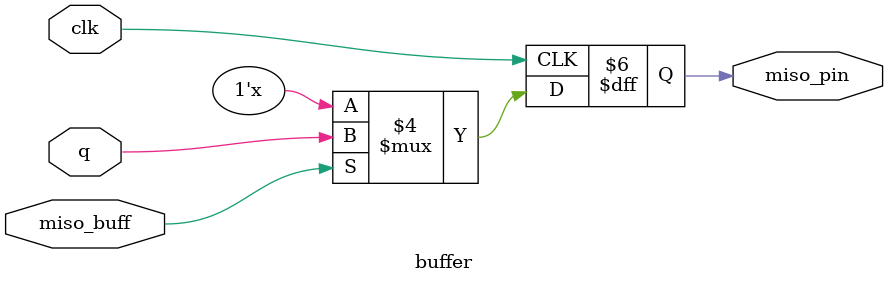
<source format=v>
module buffer(clk, q,miso_buff,miso_pin);

input clk;
input q;
input miso_buff;
output reg miso_pin;

always @ ( posedge clk ) begin
	if (miso_buff == 1) begin
		miso_pin <= q;
	end
	else begin	
		miso_pin <= 1'bz;
	end
end
	
endmodule
</source>
